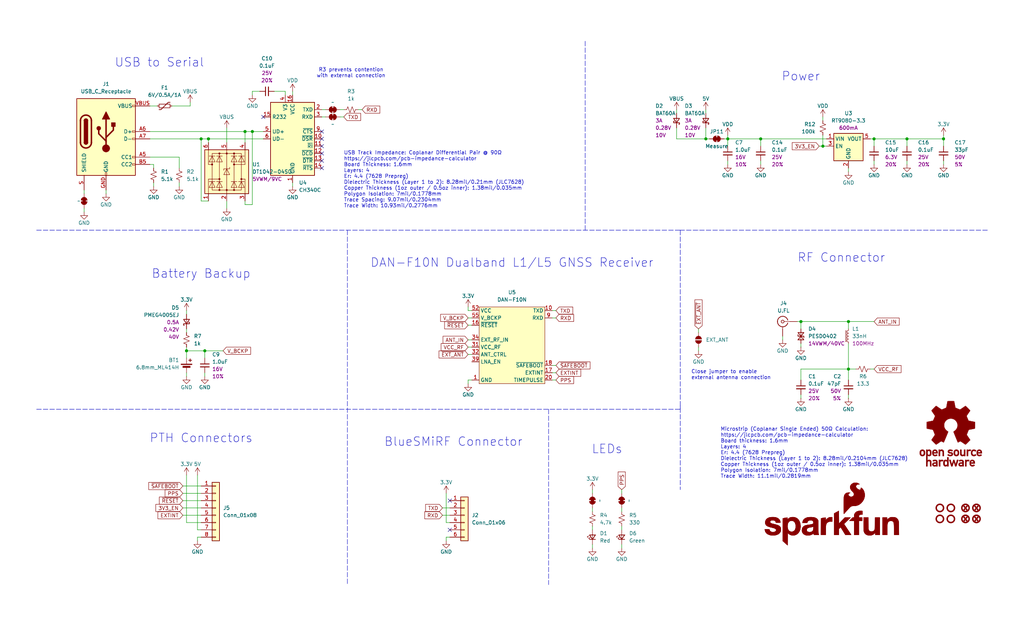
<source format=kicad_sch>
(kicad_sch (version 20250114) (generator "eeschema") (generator_version "9.0")
  (paper "USLegal")
  (title_block (title "DAN-F10N GNSS Receiver Breakout") (date "2025-02-28") (rev "v10") (company "SparkFun Electronics") (comment 1 "Designed by: N. Seidle"))
  (text "Close jumper to enable\nexternal antenna connection" (at 240.03 132.08 0) (effects (font (size 1.27 1.27)) (justify left bottom)))
  (text "R3 prevents contention\nwith external connection" (at 121.92 25.4 0) (effects (font (size 1.27 1.27))))
  (text "Microstrip (Coplanar Single Ended) 50Ω Calculation:\nhttps://jlcpcb.com/pcb-impedance-calculator\nBoard thickness: 1.6mm\nLayers: 4\nEr: 4.4 (7628 Prepreg)\nDielectric Thickness (Layer 1 to 2): 8.28mil/0.2104mm (JLC7628)\nCopper Thickness (1oz outer / 0.5oz inner): 1.38mil/0.035mm\nPolygon Isolation: 7mil/0.1778mm\nTrace Width: 11.1mil/0.2819mm\n" (at 250.19 166.37 0) (effects (font (size 1.27 1.27)) (justify left bottom)))
  (text "USB Track Impedance: Coplanar Differential Pair @ 90Ω\nhttps://jlcpcb.com/pcb-impedance-calculator\nBoard Thickness: 1.6mm\nLayers: 4\nEr: 4.4 (7628 Prepreg)\nDielectric Thickness (Layer 1 to 2): 8.28mil/0.21mm (JLC7628) \nCopper Thickness (1oz outer / 0.5oz inner): 1.38mil/0.035mm\nPolygon Isolation: 7mil/0.1778mm\nTrace Spacing: 9.07mil/0.2304mm\nTrace Width: 10.93mil/0.2776mm" (at 119.38 72.39 0) (effects (font (size 1.27 1.27)) (justify left bottom)))
  (text "RF Connector" (at 276.86 91.44 0) (effects (font (size 3 3)) (justify left bottom)))
  (text "BlueSMiRF Connector" (at 157.48 153.67 0) (effects (font (size 3 3))))
  (text "LEDs\n" (at 210.82 156.21 0) (effects (font (size 3 3))))
  (text "DAN-F10N Dualband L1/L5 GNSS Receiver" (at 177.8 91.44 0) (effects (font (size 3 3))))
  (text "USB to Serial" (at 55.372 21.844 0) (effects (font (size 3 3))))
  (text "Battery Backup" (at 69.85 95.25 0) (effects (font (size 3 3))))
  (text "Power\n" (at 278.13 26.67 0) (effects (font (size 3 3))))
  (text "PTH Connectors" (at 69.85 152.4 0) (effects (font (size 3 3))))
  (junction (at 87.63 45.72))
  (junction (at 72.39 48.26))
  (junction (at 245.11 48.26))
  (junction (at 252.73 48.26))
  (junction (at 314.96 48.26))
  (junction (at 85.09 45.72))
  (junction (at 294.64 128.27))
  (junction (at 303.53 48.26))
  (junction (at 327.66 48.26))
  (junction (at 285.75 50.8))
  (junction (at 294.64 111.76))
  (junction (at 69.85 48.26))
  (junction (at 71.12 121.92))
  (junction (at 278.13 111.76))
  (junction (at 264.16 48.26))
  (junction (at 64.77 121.92))
  (no_connect (at 156.21 173.99))
  (no_connect (at 111.76 45.72))
  (no_connect (at 111.76 48.26))
  (no_connect (at 156.21 184.15))
  (no_connect (at 111.76 53.34))
  (no_connect (at 111.76 55.88))
  (no_connect (at 91.44 40.64))
  (no_connect (at 111.76 50.8))
  (no_connect (at 111.76 58.42))
  (wire (pts (xy 63.5 168.91) (xy 69.85 168.91)))
  (wire (pts (xy 52.07 36.83) (xy 54.61 36.83)))
  (wire (pts (xy 278.13 111.76) (xy 278.13 114.3)))
  (wire (pts (xy 153.67 179.07) (xy 156.21 179.07)))
  (wire (pts (xy 72.39 48.26) (xy 72.39 49.53)))
  (polyline (pts (xy 242.57 80.01) (xy 242.57 80.01)) (stroke (width 0) (type dash)))
  (wire (pts (xy 64.77 114.3) (xy 64.77 115.57)))
  (wire (pts (xy 278.13 138.43) (xy 278.13 137.16)))
  (wire (pts (xy 278.13 111.76) (xy 294.64 111.76)))
  (wire (pts (xy 191.77 127) (xy 193.04 127)))
  (wire (pts (xy 85.09 71.12) (xy 87.63 71.12)))
  (wire (pts (xy 205.74 189.23) (xy 205.74 190.5)))
  (wire (pts (xy 191.77 132.08) (xy 193.04 132.08)))
  (wire (pts (xy 294.64 128.27) (xy 297.18 128.27)))
  (wire (pts (xy 294.64 128.27) (xy 294.64 119.38)))
  (wire (pts (xy 234.95 44.45) (xy 234.95 48.26)))
  (wire (pts (xy 63.5 179.07) (xy 69.85 179.07)))
  (wire (pts (xy 71.12 121.92) (xy 71.12 124.46)))
  (wire (pts (xy 303.53 48.26) (xy 303.53 50.8)))
  (wire (pts (xy 52.07 48.26) (xy 69.85 48.26)))
  (wire (pts (xy 63.5 173.99) (xy 69.85 173.99)))
  (wire (pts (xy 278.13 120.65) (xy 278.13 119.38)))
  (wire (pts (xy 294.64 137.16) (xy 294.64 138.43)))
  (wire (pts (xy 162.56 110.49) (xy 163.83 110.49)))
  (wire (pts (xy 53.34 57.15) (xy 53.34 58.42)))
  (wire (pts (xy 154.94 171.45) (xy 154.94 181.61)))
  (wire (pts (xy 303.53 48.26) (xy 314.96 48.26)))
  (wire (pts (xy 59.69 36.83) (xy 66.04 36.83)))
  (wire (pts (xy 285.75 50.8) (xy 287.02 50.8)))
  (wire (pts (xy 252.73 48.26) (xy 264.16 48.26)))
  (wire (pts (xy 101.6 63.5) (xy 101.6 64.77)))
  (wire (pts (xy 52.07 45.72) (xy 85.09 45.72)))
  (wire (pts (xy 205.74 184.15) (xy 205.74 182.88)))
  (wire (pts (xy 52.07 57.15) (xy 53.34 57.15)))
  (wire (pts (xy 245.11 48.26) (xy 234.95 48.26)))
  (wire (pts (xy 64.77 120.65) (xy 64.77 121.92)))
  (wire (pts (xy 53.34 63.5) (xy 53.34 64.77)))
  (polyline (pts (xy 203.2 80.01) (xy 203.2 13.97)) (stroke (width 0) (type dash)))
  (wire (pts (xy 95.25 31.75) (xy 99.06 31.75)))
  (wire (pts (xy 64.77 130.81) (xy 64.77 129.54)))
  (wire (pts (xy 69.85 186.69) (xy 68.58 186.69)))
  (wire (pts (xy 264.16 55.88) (xy 264.16 57.15)))
  (wire (pts (xy 205.74 177.8) (xy 205.74 176.53)))
  (polyline (pts (xy 12.7 80.01) (xy 207.01 80.01)) (stroke (width 0) (type dash)))
  (wire (pts (xy 162.56 120.65) (xy 163.83 120.65)))
  (wire (pts (xy 264.16 48.26) (xy 264.16 50.8)))
  (wire (pts (xy 314.96 55.88) (xy 314.96 57.15)))
  (polyline (pts (xy 120.65 80.01) (xy 120.65 203.2)) (stroke (width 0) (type dash)))
  (wire (pts (xy 62.23 63.5) (xy 62.23 64.77)))
  (wire (pts (xy 246.38 48.26) (xy 245.11 48.26)))
  (wire (pts (xy 284.48 50.8) (xy 285.75 50.8)))
  (wire (pts (xy 69.85 181.61) (xy 64.77 181.61)))
  (wire (pts (xy 162.56 106.68) (xy 162.56 107.95)))
  (wire (pts (xy 264.16 48.26) (xy 287.02 48.26)))
  (wire (pts (xy 314.96 48.26) (xy 327.66 48.26)))
  (wire (pts (xy 64.77 107.95) (xy 64.77 109.22)))
  (wire (pts (xy 62.23 54.61) (xy 62.23 58.42)))
  (wire (pts (xy 162.56 113.03) (xy 163.83 113.03)))
  (wire (pts (xy 278.13 132.08) (xy 278.13 128.27)))
  (wire (pts (xy 327.66 48.26) (xy 327.66 46.99)))
  (wire (pts (xy 154.94 186.69) (xy 154.94 187.96)))
  (wire (pts (xy 85.09 69.85) (xy 85.09 71.12)))
  (wire (pts (xy 72.39 48.26) (xy 91.44 48.26)))
  (wire (pts (xy 271.78 116.84) (xy 271.78 118.11)))
  (wire (pts (xy 69.85 184.15) (xy 68.58 184.15)))
  (wire (pts (xy 285.75 50.8) (xy 285.75 46.99)))
  (wire (pts (xy 52.07 54.61) (xy 62.23 54.61)))
  (polyline (pts (xy 207.01 142.24) (xy 236.22 142.24)) (stroke (width 0) (type dash)))
  (wire (pts (xy 278.13 128.27) (xy 294.64 128.27)))
  (wire (pts (xy 252.73 48.26) (xy 252.73 50.8)))
  (wire (pts (xy 162.56 123.19) (xy 163.83 123.19)))
  (wire (pts (xy 36.83 66.04) (xy 36.83 67.31)))
  (wire (pts (xy 87.63 45.72) (xy 91.44 45.72)))
  (polyline (pts (xy 207.01 80.01) (xy 236.22 80.01)) (stroke (width 0) (type dash)))
  (wire (pts (xy 252.73 55.88) (xy 252.73 57.15)))
  (wire (pts (xy 252.73 46.99) (xy 252.73 48.26)))
  (wire (pts (xy 205.74 170.18) (xy 205.74 171.45)))
  (wire (pts (xy 85.09 45.72) (xy 87.63 45.72)))
  (wire (pts (xy 29.21 67.31) (xy 29.21 66.04)))
  (wire (pts (xy 68.58 165.1) (xy 68.58 184.15)))
  (wire (pts (xy 215.9 189.23) (xy 215.9 190.5)))
  (wire (pts (xy 303.53 55.88) (xy 303.53 57.15)))
  (wire (pts (xy 215.9 170.18) (xy 215.9 171.45)))
  (wire (pts (xy 63.5 176.53) (xy 69.85 176.53)))
  (wire (pts (xy 191.77 110.49) (xy 193.04 110.49)))
  (wire (pts (xy 101.6 31.75) (xy 101.6 33.02)))
  (wire (pts (xy 153.67 176.53) (xy 156.21 176.53)))
  (wire (pts (xy 302.26 128.27) (xy 303.53 128.27)))
  (wire (pts (xy 78.74 44.45) (xy 78.74 49.53)))
  (wire (pts (xy 314.96 48.26) (xy 314.96 50.8)))
  (wire (pts (xy 87.63 33.02) (xy 87.63 31.75)))
  (wire (pts (xy 302.26 48.26) (xy 303.53 48.26)))
  (wire (pts (xy 99.06 31.75) (xy 99.06 33.02)))
  (wire (pts (xy 191.77 129.54) (xy 193.04 129.54)))
  (wire (pts (xy 63.5 171.45) (xy 69.85 171.45)))
  (wire (pts (xy 29.21 73.66) (xy 29.21 72.39)))
  (wire (pts (xy 87.63 31.75) (xy 90.17 31.75)))
  (wire (pts (xy 71.12 121.92) (xy 77.47 121.92)))
  (wire (pts (xy 72.39 69.85) (xy 69.85 69.85)))
  (wire (pts (xy 119.38 38.1) (xy 118.11 38.1)))
  (wire (pts (xy 163.83 107.95) (xy 162.56 107.95)))
  (wire (pts (xy 327.66 48.26) (xy 327.66 50.8)))
  (wire (pts (xy 78.74 69.85) (xy 78.74 72.39)))
  (wire (pts (xy 276.86 111.76) (xy 278.13 111.76)))
  (wire (pts (xy 191.77 107.95) (xy 193.04 107.95)))
  (wire (pts (xy 162.56 132.08) (xy 162.56 133.35)))
  (wire (pts (xy 69.85 48.26) (xy 72.39 48.26)))
  (wire (pts (xy 118.11 40.64) (xy 119.38 40.64)))
  (wire (pts (xy 87.63 71.12) (xy 87.63 45.72)))
  (wire (pts (xy 64.77 121.92) (xy 64.77 124.46)))
  (wire (pts (xy 251.46 48.26) (xy 252.73 48.26)))
  (polyline (pts (xy 342.9 80.01) (xy 236.22 80.01)) (stroke (width 0) (type dash)))
  (wire (pts (xy 234.95 38.1) (xy 234.95 39.37)))
  (wire (pts (xy 113.03 40.64) (xy 111.76 40.64)))
  (wire (pts (xy 64.77 165.1) (xy 64.77 181.61)))
  (polyline (pts (xy 190.5 142.24) (xy 190.5 203.2)) (stroke (width 0) (type dash)))
  (polyline (pts (xy 236.22 80.01) (xy 236.22 170.18)) (stroke (width 0) (type dash)))
  (wire (pts (xy 242.57 120.65) (xy 242.57 121.92)))
  (wire (pts (xy 69.85 69.85) (xy 69.85 48.26)))
  (wire (pts (xy 68.58 186.69) (xy 68.58 187.96)))
  (wire (pts (xy 215.9 177.8) (xy 215.9 176.53)))
  (wire (pts (xy 66.04 35.56) (xy 66.04 36.83)))
  (wire (pts (xy 294.64 128.27) (xy 294.64 132.08)))
  (wire (pts (xy 156.21 186.69) (xy 154.94 186.69)))
  (wire (pts (xy 85.09 45.72) (xy 85.09 49.53)))
  (wire (pts (xy 156.21 181.61) (xy 154.94 181.61)))
  (wire (pts (xy 294.64 111.76) (xy 303.53 111.76)))
  (wire (pts (xy 294.64 111.76) (xy 294.64 114.3)))
  (polyline (pts (xy 236.22 142.24) (xy 236.22 140.97)) (stroke (width 0) (type dash)))
  (wire (pts (xy 242.57 114.3) (xy 242.57 115.57)))
  (wire (pts (xy 163.83 132.08) (xy 162.56 132.08)))
  (wire (pts (xy 285.75 40.64) (xy 285.75 41.91)))
  (wire (pts (xy 215.9 184.15) (xy 215.9 182.88)))
  (wire (pts (xy 245.11 44.45) (xy 245.11 48.26)))
  (wire (pts (xy 113.03 38.1) (xy 111.76 38.1)))
  (wire (pts (xy 162.56 118.11) (xy 163.83 118.11)))
  (wire (pts (xy 71.12 129.54) (xy 71.12 130.81)))
  (wire (pts (xy 327.66 55.88) (xy 327.66 57.15)))
  (wire (pts (xy 294.64 58.42) (xy 294.64 59.69)))
  (wire (pts (xy 245.11 38.1) (xy 245.11 39.37)))
  (polyline (pts (xy 12.7 142.24) (xy 207.01 142.24)) (stroke (width 0) (type dash)))
  (wire (pts (xy 64.77 121.92) (xy 71.12 121.92)))
  (wire (pts (xy 125.73 38.1) (xy 124.46 38.1)))
  (global_label "RXD" (shape input) (at 153.67 179.07 180) (property "Intersheetrefs" "${INTERSHEET_REFS}" (effects (hide yes))))
  (global_label "TXD" (shape input) (at 153.67 176.53 180) (property "Intersheetrefs" "${INTERSHEET_REFS}" (effects (hide yes))))
  (global_label "EXTINT" (shape input) (at 193.04 129.54 0) (property "Intersheetrefs" "${INTERSHEET_REFS}" (effects (hide yes))))
  (global_label "EXTINT" (shape input) (at 63.5 179.07 180) (property "Intersheetrefs" "${INTERSHEET_REFS}" (effects (hide yes))))
  (global_label "PPS" (shape input) (at 63.5 171.45 180) (property "Intersheetrefs" "${INTERSHEET_REFS}" (effects (hide yes))))
  (global_label "~{EXT_ANT}" (shape input) (at 242.57 114.3 90) (property "Intersheetrefs" "${INTERSHEET_REFS}" (effects (hide yes))))
  (global_label "3V3_EN" (shape input) (at 284.48 50.8 180) (property "Intersheetrefs" "${INTERSHEET_REFS}" (effects (hide yes))))
  (global_label "~{EXT_ANT}" (shape input) (at 162.56 123.19 180) (property "Intersheetrefs" "${INTERSHEET_REFS}" (effects (hide yes))))
  (global_label "ANT_IN" (shape input) (at 162.56 118.11 180) (property "Intersheetrefs" "${INTERSHEET_REFS}" (effects (hide yes))))
  (global_label "~{RESET}" (shape input) (at 63.5 173.99 180) (property "Intersheetrefs" "${INTERSHEET_REFS}" (effects (hide yes))))
  (global_label "~{SAFEBOOT}" (shape input) (at 193.04 127 0) (property "Intersheetrefs" "${INTERSHEET_REFS}" (effects (hide yes))))
  (global_label "TXD" (shape input) (at 119.38 40.64 0) (property "Intersheetrefs" "${INTERSHEET_REFS}" (effects (hide yes))))
  (global_label "RXD" (shape input) (at 125.73 38.1 0) (property "Intersheetrefs" "${INTERSHEET_REFS}" (effects (hide yes))))
  (global_label "~{SAFEBOOT}" (shape input) (at 63.5 168.91 180) (property "Intersheetrefs" "${INTERSHEET_REFS}" (effects (hide yes))))
  (global_label "V_BCKP" (shape input) (at 162.56 110.49 180) (property "Intersheetrefs" "${INTERSHEET_REFS}" (effects (hide yes))))
  (global_label "VCC_RF" (shape input) (at 162.56 120.65 180) (property "Intersheetrefs" "${INTERSHEET_REFS}" (effects (hide yes))))
  (global_label "~{RESET}" (shape input) (at 162.56 113.03 180) (property "Intersheetrefs" "${INTERSHEET_REFS}" (effects (hide yes))))
  (global_label "PPS" (shape input) (at 193.04 132.08 0) (property "Intersheetrefs" "${INTERSHEET_REFS}" (effects (hide yes))))
  (global_label "ANT_IN" (shape input) (at 303.53 111.76 0) (property "Intersheetrefs" "${INTERSHEET_REFS}" (effects (hide yes))))
  (global_label "VCC_RF" (shape input) (at 303.53 128.27 0) (property "Intersheetrefs" "${INTERSHEET_REFS}" (effects (hide yes))))
  (global_label "TXD" (shape input) (at 193.04 107.95 0) (property "Intersheetrefs" "${INTERSHEET_REFS}" (effects (hide yes))))
  (global_label "V_BCKP" (shape input) (at 77.47 121.92 0) (property "Intersheetrefs" "${INTERSHEET_REFS}" (effects (hide yes))))
  (global_label "RXD" (shape input) (at 193.04 110.49 0) (property "Intersheetrefs" "${INTERSHEET_REFS}" (effects (hide yes))))
  (global_label "3V3_EN" (shape input) (at 63.5 176.53 180) (property "Intersheetrefs" "${INTERSHEET_REFS}" (effects (hide yes))))
  (global_label "PPS" (shape input) (at 215.9 170.18 90) (property "Intersheetrefs" "${INTERSHEET_REFS}" (effects (hide yes))))
  (symbol (lib_id "power:GND") (at 271.78 118.11 0) (unit 1)
    (property "Reference" "#PWR010" (effects (hide yes)))
    (property "Value" "GND" (at 271.78 121.92 0))
    (property "Description" "Power symbol creates a global label with name \"GND\" , ground" (effects (hide yes)))
  )
  (symbol (lib_id "SparkFun-Hardware:Standoff") (at 326.39 180.34 0) (unit 1)
    (property "Reference" "ST4" (effects (hide yes)))
    (property "Value" "Standoff" (effects (hide yes)))
    (property "Footprint" "SparkFun-Hardware:Standoff" (effects (hide yes)))
    (property "Description" "Drill holes for mechanically mounting via screws, standoffs, etc." (effects (hide yes)))
  )
  (symbol (lib_id "SparkFun-PowerSymbol:3.3V") (at 64.77 107.95 0) (unit 1)
    (property "Reference" "#PWR011" (effects (hide yes)))
    (property "Value" "3.3V" (at 64.77 104.14 0))
    (property "Description" "Power symbol creates a global label with name \"3.3V\"" (effects (hide yes)))
  )
  (symbol (lib_id "SparkFun-LED:LED_Green_1206-Bottom") (at 215.9 186.69 90) (unit 1)
    (property "Reference" "D6" (at 218.44 185.3564 90) (effects (justify right)))
    (property "Value" "Green" (at 218.44 187.8964 90) (effects (justify right)))
    (property "Footprint" "SparkFun-LED:LED_1206_Bottom_Green" (effects (hide yes)))
    (property "Datasheet" "https://optoelectronics.liteon.com/upload/download/DS22-2000-256/LTST-C230KGKT.pdf" (effects (hide yes)))
    (property "Description" "Light emitting diode, bottom mount" (effects (hide yes)))
    (property "PROD_ID" "DIO-11076" (effects (hide yes)))
  )
  (symbol (lib_id "SparkFun-PowerSymbol:GND") (at 314.96 57.15 0) (unit 1)
    (property "Reference" "#PWR064" (effects (hide yes)))
    (property "Value" "GND" (at 314.96 60.96 0))
    (property "Description" "Power symbol creates a global label with name \"GND\" , ground" (effects (hide yes)))
  )
  (symbol (lib_id "SparkFun-Capacitor:1.0uF_0603_16V_10%") (at 71.12 127 0) (unit 1)
    (property "Reference" "C9" (at 73.66 123.1962 0) (effects (justify left)))
    (property "Value" "1.0uF" (at 73.66 125.7362 0) (effects (justify left)))
    (property "Footprint" "SparkFun-Capacitor:C_0603_1608Metric" (effects (hide yes)))
    (property "Datasheet" "https://cdn.sparkfun.com/assets/8/a/4/a/5/Kemet_Capacitor_Datasheet.pdf" (effects (hide yes)))
    (property "Description" "Unpolarized capacitor" (effects (hide yes)))
    (property "PROD_ID" "CAP-13930" (effects (hide yes)))
    (property "Voltage" "16V" (at 73.66 128.2762 0) (effects (justify left)))
    (property "Tolerance" "10%" (at 73.66 130.8162 0) (effects (justify left)))
  )
  (symbol (lib_id "SparkFun-PowerSymbol:VDD") (at 252.73 46.99 0) (unit 1)
    (property "Reference" "#PWR09" (effects (hide yes)))
    (property "Value" "VDD" (at 252.73 43.18 0))
    (property "Description" "Power symbol creates a global label with name \"VDD\"" (effects (hide yes)))
  )
  (symbol (lib_id "SparkFun-DiscreteSemi:D_Schottky_3A_10V_0.28V") (at 234.95 41.91 270) (mirror x) (unit 1)
    (property "Reference" "D2" (at 227.584 36.83 90) (effects (justify left)))
    (property "Value" "BAT60A" (at 227.584 39.37 90) (effects (justify left)))
    (property "Footprint" "SparkFun-Semiconductor-Standard:SOD-323" (effects (hide yes)))
    (property "Datasheet" "https://www.infineon.com/dgdl/bat60aseries.pdf?folderId=db3a304313d846880113def5812204a1&fileId=db3a304313d846880113def70c9304a9" (effects (hide yes)))
    (property "Description" "Schottky diode" (effects (hide yes)))
    (property "PROD_ID" "DIO-14072" (effects (hide yes)))
    (property "IMax" "3A" (at 227.584 41.91 90) (effects (justify left)))
    (property "VDrop" "0.28V" (at 227.584 44.45 90) (effects (justify left)))
    (property "VMax" "10V" (at 227.584 46.99 90) (effects (justify left)))
  )
  (symbol (lib_id "SparkFun-Fuse:Fuse 6V/0.5A/1A") (at 57.15 36.83 180) (unit 1)
    (property "Reference" "F1" (at 57.15 30.48 0))
    (property "Value" "6V/0.5A/1A" (at 57.15 33.02 0))
    (property "Footprint" "SparkFun-Fuse:0805" (effects (hide yes)))
    (property "Datasheet" "https://www.belfuse.com/resources/datasheets/circuitprotection/ds-cp-0zck-series.pdf" (effects (hide yes)))
    (property "Description" "Resettable fuse" (effects (hide yes)))
    (property "PROD_ID" "RES-13945" (effects (hide yes)))
  )
  (symbol (lib_id "SparkFun-DiscreteSemi:D_TVS_0402_14V") (at 278.13 116.84 90) (unit 1)
    (property "Reference" "D4" (at 280.67 114.2999 90) (effects (justify right)))
    (property "Value" "PESD0402" (at 280.67 116.8399 90) (effects (justify right)))
    (property "Footprint" "SparkFun-Capacitor:C_0402_1005Metric" (effects (hide yes)))
    (property "Datasheet" "https://www.littelfuse.com/~/media/electronics/product_specifications/polymer_esd_suppressors/littelfuse_polymer_esd_suppressor_pesd0402_140_product_specification.pdf.pdf" (effects (hide yes)))
    (property "Description" "Bidirectional transient-voltage-suppression diode" (effects (hide yes)))
    (property "PROD_ID" "DIO-15359" (effects (hide yes)))
    (property "Rating" "14VWM/40VC" (at 280.67 119.3799 90) (effects (justify right)))
  )
  (symbol (lib_id "power:GND") (at 278.13 138.43 0) (unit 1)
    (property "Reference" "#PWR020" (effects (hide yes)))
    (property "Value" "GND" (at 278.13 142.24 0))
    (property "Description" "Power symbol creates a global label with name \"GND\" , ground" (effects (hide yes)))
  )
  (symbol (lib_id "SparkFun-PowerSymbol:GND") (at 71.12 130.81 0) (unit 1)
    (property "Reference" "#PWR01" (effects (hide yes)))
    (property "Value" "GND" (at 71.12 134.62 0))
    (property "Description" "Power symbol creates a global label with name \"GND\" , ground" (effects (hide yes)))
  )
  (symbol (lib_id "SparkFun-Aesthetic:SparkFun_Logo") (at 288.29 182.88 0) (unit 1) (on_board no)
    (property "Reference" "G5" (effects (hide yes)))
    (property "Value" "SparkFun_Logo" (effects (hide yes)))
    (property "Footprint" "SparkFun-Aesthetic:SparkFun_Logo_8mm" (effects (hide yes)))
  )
  (symbol (lib_id "SparkFun-PowerSymbol:GND") (at 29.21 73.66 0) (unit 1)
    (property "Reference" "#PWR048" (effects (hide yes)))
    (property "Value" "GND" (at 29.21 77.47 0))
    (property "Description" "Power symbol creates a global label with name \"GND\" , ground" (effects (hide yes)))
  )
  (symbol (lib_id "power:GND") (at 294.64 138.43 0) (unit 1)
    (property "Reference" "#PWR025" (effects (hide yes)))
    (property "Value" "GND" (at 294.64 142.24 0))
    (property "Description" "Power symbol creates a global label with name \"GND\" , ground" (effects (hide yes)))
  )
  (symbol (lib_id "SparkFun-IC-Comm:CH340C") (at 101.6 48.26 0) (unit 1)
    (property "Reference" "U4" (at 103.7941 63.5 0) (effects (justify left)))
    (property "Value" "CH340C" (at 103.7941 66.04 0) (effects (justify left)))
    (property "Footprint" "SparkFun-Semiconductor-Standard:SO-16" (effects (hide yes)))
    (property "Datasheet" "https://datasheet.lcsc.com/szlcsc/Jiangsu-Qin-Heng-CH340C_C84681.pdf" (effects (hide yes)))
    (property "Description" "USB serial converter, UART, SOIC-16" (effects (hide yes)))
    (property "PROD_ID" "IC-14038" (effects (hide yes)))
  )
  (symbol (lib_id "SparkFun-PowerSymbol:VDD") (at 285.75 40.64 0) (unit 1)
    (property "Reference" "#PWR014" (effects (hide yes)))
    (property "Value" "VDD" (at 285.75 36.83 0))
    (property "Description" "Power symbol creates a global label with name \"VDD\"" (effects (hide yes)))
  )
  (symbol (lib_id "SparkFun-Capacitor:33pF_0603_50V_5%") (at 327.66 53.34 0) (unit 1)
    (property "Reference" "C17" (at 331.47 49.5299 0) (effects (justify left)))
    (property "Value" "33pF" (at 331.47 52.0699 0) (effects (justify left)))
    (property "Footprint" "SparkFun-Capacitor:C_0603_1608Metric" (effects (hide yes)))
    (property "Datasheet" "https://cdn.sparkfun.com/assets/8/a/4/a/5/Kemet_Capacitor_Datasheet.pdf" (effects (hide yes)))
    (property "Description" "Unpolarized capacitor" (effects (hide yes)))
    (property "PROD_ID" "CAP-10142" (effects (hide yes)))
    (property "Voltage" "50V" (at 331.47 54.6099 0) (effects (justify left)))
    (property "Tolerance" "5%" (at 331.47 57.1499 0) (effects (justify left)))
  )
  (symbol (lib_id "SparkFun-PowerSymbol:VDD") (at 101.6 31.75 0) (unit 1)
    (property "Reference" "#PWR017" (effects (hide yes)))
    (property "Value" "VDD" (at 101.6 27.94 0))
    (property "Description" "Power symbol creates a global label with name \"VDD\"" (effects (hide yes)))
  )
  (symbol (lib_id "SparkFun-Aesthetic:Fiducial_0.5mm") (at 339.09 176.53 0) (unit 1)
    (property "Reference" "FID1" (effects (hide yes)))
    (property "Value" "Fiducial_0.5mm" (effects (hide yes)))
    (property "Footprint" "SparkFun-Aesthetic:Fiducial_0.5mm_Mask1mm" (effects (hide yes)))
    (property "Description" "Fiducial Marker" (effects (hide yes)))
  )
  (symbol (lib_id "SparkFun-Aesthetic:Fiducial_0.5mm") (at 339.09 180.34 0) (unit 1)
    (property "Reference" "FID4" (effects (hide yes)))
    (property "Value" "Fiducial_0.5mm" (effects (hide yes)))
    (property "Footprint" "SparkFun-Aesthetic:Fiducial_0.5mm_Mask1mm" (effects (hide yes)))
    (property "Description" "Fiducial Marker" (effects (hide yes)))
  )
  (symbol (lib_id "SparkFun-Resistor:100k_0603") (at 285.75 44.45 90) (unit 1)
    (property "Reference" "R12" (at 283.21 43.1799 90) (effects (justify left)))
    (property "Value" "100k" (at 283.21 45.7199 90) (effects (justify left)))
    (property "Footprint" "SparkFun-Resistor:R_0603_1608Metric" (effects (hide yes)))
    (property "Datasheet" "https://www.vishay.com/docs/20035/dcrcwe3.pdf" (effects (hide yes)))
    (property "Description" "Resistor" (effects (hide yes)))
    (property "PROD_ID" "RES-07828" (effects (hide yes)))
  )
  (symbol (lib_id "SparkFun-PowerSymbol:3.3V") (at 64.77 165.1 0) (unit 1)
    (property "Reference" "#PWR043" (effects (hide yes)))
    (property "Value" "3.3V" (at 64.77 161.29 0))
    (property "Description" "Power symbol creates a global label with name \"3.3V\"" (effects (hide yes)))
  )
  (symbol (lib_id "SparkFun-Capacitor:1.0uF_0603_16V_10%") (at 252.73 53.34 0) (unit 1)
    (property "Reference" "C7" (at 255.27 49.5362 0) (effects (justify left)))
    (property "Value" "1.0uF" (at 255.27 52.0762 0) (effects (justify left)))
    (property "Footprint" "SparkFun-Capacitor:C_0603_1608Metric" (effects (hide yes)))
    (property "Datasheet" "https://cdn.sparkfun.com/assets/8/a/4/a/5/Kemet_Capacitor_Datasheet.pdf" (effects (hide yes)))
    (property "Description" "Unpolarized capacitor" (effects (hide yes)))
    (property "PROD_ID" "CAP-13930" (effects (hide yes)))
    (property "Voltage" "16V" (at 255.27 54.6162 0) (effects (justify left)))
    (property "Tolerance" "10%" (at 255.27 57.1562 0) (effects (justify left)))
  )
  (symbol (lib_id "SparkFun-Resistor:5.1k_0603") (at 53.34 60.96 90) (unit 1)
    (property "Reference" "R1" (at 55.88 59.6899 90) (effects (justify right)))
    (property "Value" "5.1k" (at 55.88 62.2299 90) (effects (justify right)))
    (property "Footprint" "SparkFun-Resistor:R_0603_1608Metric" (effects (hide yes)))
    (property "Datasheet" "https://www.vishay.com/docs/20035/dcrcwe3.pdf" (effects (hide yes)))
    (property "Description" "Resistor" (effects (hide yes)))
    (property "PROD_ID" "RES-12083" (effects (hide yes)))
  )
  (symbol (lib_id "DAN-F10N:DAN-F10N") (at 177.8 119.38 0) (unit 1)
    (property "Reference" "U5" (at 177.8 101.6 0))
    (property "Value" "DAN-F10N" (at 177.8 104.14 0))
    (property "Footprint" "SparkFun_GNSS_LG580P:DAN-F10N" (effects (hide yes)))
    (property "Description" "u-blox Dualband L1/L5 GNSS Receiver" (effects (hide yes)))
    (property "PROD_ID" "IC-25933" (effects (hide yes)))
  )
  (symbol (lib_id "SparkFun-Jumper:Jumper_Measure") (at 248.92 48.26 0) (unit 1)
    (property "Reference" "JP11" (at 248.92 45.72 0))
    (property "Value" "Measure" (at 248.92 50.8 0))
    (property "Footprint" "SparkFun-Jumper:Jumper_2_PTH_SMD_Combo-NC" (effects (hide yes)))
    (property "Description" "Solder Jumper, 2-pole, closed/bridged" (effects (hide yes)))
  )
  (symbol (lib_id "SparkFun-PowerSymbol:GND") (at 36.83 67.31 0) (unit 1)
    (property "Reference" "#PWR013" (effects (hide yes)))
    (property "Value" "GND" (at 36.83 71.12 0))
    (property "Description" "Power symbol creates a global label with name \"GND\" , ground" (effects (hide yes)))
  )
  (symbol (lib_id "SparkFun-PowerSymbol:GND") (at 53.34 64.77 0) (unit 1)
    (property "Reference" "#PWR015" (effects (hide yes)))
    (property "Value" "GND" (at 53.34 68.58 0))
    (property "Description" "Power symbol creates a global label with name \"GND\" , ground" (effects (hide yes)))
  )
  (symbol (lib_id "SparkFun-Hardware:Standoff") (at 330.2 180.34 0) (unit 1)
    (property "Reference" "ST2" (effects (hide yes)))
    (property "Value" "Standoff" (effects (hide yes)))
    (property "Footprint" "SparkFun-Hardware:Standoff" (effects (hide yes)))
    (property "Description" "Drill holes for mechanically mounting via screws, standoffs, etc." (effects (hide yes)))
  )
  (symbol (lib_id "SparkFun-LED:LED_Red_0603") (at 205.74 186.69 90) (unit 1)
    (property "Reference" "D1" (at 208.28 185.3564 90) (effects (justify right)))
    (property "Value" "Red" (at 208.28 187.8964 90) (effects (justify right)))
    (property "Footprint" "SparkFun-LED:LED_0603_1608Metric_Red" (effects (hide yes)))
    (property "Datasheet" "https://docs.broadcom.com/docs/AV02-0551EN" (effects (hide yes)))
    (property "Description" "Light emitting diode" (effects (hide yes)))
    (property "PROD_ID" "DIO-17976" (effects (hide yes)))
  )
  (symbol (lib_id "SparkFun-PowerSymbol:GND") (at 64.77 130.81 0) (unit 1)
    (property "Reference" "#PWR024" (effects (hide yes)))
    (property "Value" "GND" (at 64.77 134.62 0))
    (property "Description" "Power symbol creates a global label with name \"GND\" , ground" (effects (hide yes)))
  )
  (symbol (lib_id "SparkFun-Jumper:SolderJumper_2_Open") (at 242.57 118.11 90) (unit 1)
    (property "Reference" "JP1" (effects (hide yes)))
    (property "Value" "EXT_ANT" (at 245.11 118.11 90) (effects (justify right)))
    (property "Footprint" "SparkFun-Jumper:Jumper_2_NO" (effects (hide yes)))
    (property "Description" "Solder Jumper, 2-pole, open" (effects (hide yes)))
  )
  (symbol (lib_id "SparkFun-Battery:Battery_6.8mm_ML414H_IV01E") (at 64.77 128.27 0) (unit 1)
    (property "Reference" "BT1" (at 62.23 125.1584 0) (effects (justify right)))
    (property "Value" "6.8mm_ML414H" (at 62.23 127.6984 0) (effects (justify right)))
    (property "Footprint" "SparkFun-Battery:ML414H_IV01E" (effects (hide yes)))
    (property "Description" "Reflowable coin cell battery" (effects (hide yes)))
    (property "PROD_ID" "BATT-14267" (effects (hide yes)))
  )
  (symbol (lib_id "SparkFun-Jumper:SolderJumper_2_Bridged") (at 205.74 173.99 90) (unit 1)
    (property "Reference" "JP2" (effects (hide yes)))
    (property "Value" "~" (at 208.28 173.99 0))
    (property "Footprint" "SparkFun-Jumper:Jumper_2_NC_Trace" (effects (hide yes)))
    (property "Description" "Solder Jumper, 2-pole, closed/bridged" (effects (hide yes)))
  )
  (symbol (lib_id "SparkFun-PowerSymbol:5V") (at 68.58 165.1 0) (unit 1)
    (property "Reference" "#PWR012" (effects (hide yes)))
    (property "Value" "5V" (at 68.58 161.29 0))
    (property "Description" "Power symbol creates a global label with name \"5V\"" (effects (hide yes)))
  )
  (symbol (lib_id "SparkFun-PowerSymbol:VBUS") (at 66.04 35.56 0) (unit 1)
    (property "Reference" "#PWR06" (effects (hide yes)))
    (property "Value" "VBUS" (at 66.04 31.75 0))
    (property "Description" "Power symbol creates a global label with name \"VBUS\"" (effects (hide yes)))
  )
  (symbol (lib_id "SparkFun-PowerSymbol:GND") (at 294.64 59.69 0) (unit 1)
    (property "Reference" "#PWR062" (effects (hide yes)))
    (property "Value" "GND" (at 294.64 63.5 0))
    (property "Description" "Power symbol creates a global label with name \"GND\" , ground" (effects (hide yes)))
  )
  (symbol (lib_id "SparkFun-Resistor:330_0603") (at 215.9 180.34 90) (unit 1)
    (property "Reference" "R5" (at 218.44 179.0699 90) (effects (justify right)))
    (property "Value" "330" (at 218.44 181.6099 90) (effects (justify right)))
    (property "Footprint" "SparkFun-Resistor:R_0603_1608Metric" (effects (hide yes)))
    (property "Datasheet" "https://www.vishay.com/docs/20035/dcrcwe3.pdf" (effects (hide yes)))
    (property "Description" "Resistor" (effects (hide yes)))
    (property "PROD_ID" "RES-00818" (effects (hide yes)))
  )
  (symbol (lib_id "SparkFun-Aesthetic:OSHW_Logo") (at 330.2 154.94 0) (unit 1) (in_bom no)
    (property "Reference" "G1" (effects (hide yes)))
    (property "Value" "OSHW_Logo" (effects (hide yes)))
    (property "Footprint" "SparkFun-Aesthetic:Creative_Commons_License" (effects (hide yes)))
  )
  (symbol (lib_id "SparkFun-PowerSymbol:VBUS") (at 234.95 38.1 0) (unit 1)
    (property "Reference" "#PWR03" (effects (hide yes)))
    (property "Value" "VBUS" (at 234.95 34.29 0))
    (property "Description" "Power symbol creates a global label with name \"VBUS\"" (effects (hide yes)))
  )
  (symbol (lib_id "SparkFun-PowerSymbol:GND") (at 242.57 121.92 0) (unit 1)
    (property "Reference" "#PWR026" (effects (hide yes)))
    (property "Value" "GND" (at 242.57 125.73 0))
    (property "Description" "Power symbol creates a global label with name \"GND\" , ground" (effects (hide yes)))
  )
  (symbol (lib_id "SparkFun-Hardware:Standoff") (at 326.39 176.53 0) (unit 1)
    (property "Reference" "ST3" (effects (hide yes)))
    (property "Value" "Standoff" (effects (hide yes)))
    (property "Footprint" "SparkFun-Hardware:Standoff" (effects (hide yes)))
    (property "Description" "Drill holes for mechanically mounting via screws, standoffs, etc." (effects (hide yes)))
  )
  (symbol (lib_id "SparkFun-Capacitor:0.1uF_0603_25V_20%") (at 264.16 53.34 0) (unit 1)
    (property "Reference" "C14" (at 267.97 49.53 0) (effects (justify left)))
    (property "Value" "0.1uF" (at 267.97 52.07 0) (effects (justify left)))
    (property "Footprint" "SparkFun-Capacitor:C_0603_1608Metric" (effects (hide yes)))
    (property "Datasheet" "https://cdn.sparkfun.com/assets/8/a/4/a/5/Kemet_Capacitor_Datasheet.pdf" (effects (hide yes)))
    (property "Description" "Unpolarized capacitor" (effects (hide yes)))
    (property "PROD_ID" "CAP-00810" (effects (hide yes)))
    (property "Voltage" "25V" (at 267.97 54.61 0) (effects (justify left)))
    (property "Tolerance" "20%" (at 267.97 57.15 0) (effects (justify left)))
  )
  (symbol (lib_id "SparkFun-PowerSymbol:GND") (at 62.23 64.77 0) (unit 1)
    (property "Reference" "#PWR016" (effects (hide yes)))
    (property "Value" "GND" (at 62.23 68.58 0))
    (property "Description" "Power symbol creates a global label with name \"GND\" , ground" (effects (hide yes)))
  )
  (symbol (lib_id "power:GND") (at 278.13 120.65 0) (unit 1)
    (property "Reference" "#PWR021" (effects (hide yes)))
    (property "Value" "GND" (at 278.13 124.46 0))
    (property "Description" "Power symbol creates a global label with name \"GND\" , ground" (effects (hide yes)))
  )
  (symbol (lib_id "SparkFun-Capacitor:10uF_0603_6.3V_20%") (at 303.53 53.34 0) (unit 1)
    (property "Reference" "C15" (at 307.34 49.5299 0) (effects (justify left)))
    (property "Value" "10uF" (at 307.34 52.0699 0) (effects (justify left)))
    (property "Footprint" "SparkFun-Capacitor:C_0603_1608Metric" (effects (hide yes)))
    (property "Datasheet" "https://cdn.sparkfun.com/assets/8/a/4/a/5/Kemet_Capacitor_Datasheet.pdf" (effects (hide yes)))
    (property "Description" "Unpolarized capacitor" (effects (hide yes)))
    (property "PROD_ID" "CAP-11015" (effects (hide yes)))
    (property "Voltage" "6.3V" (at 307.34 54.6099 0) (effects (justify left)))
    (property "Tolerance" "20%" (at 307.34 57.1499 0) (effects (justify left)))
  )
  (symbol (lib_id "SparkFun-PowerSymbol:GND") (at 327.66 57.15 0) (unit 1)
    (property "Reference" "#PWR065" (effects (hide yes)))
    (property "Value" "GND" (at 327.66 60.96 0))
    (property "Description" "Power symbol creates a global label with name \"GND\" , ground" (effects (hide yes)))
  )
  (symbol (lib_id "SparkFun-PowerSymbol:3.3V") (at 205.74 170.18 0) (unit 1)
    (property "Reference" "#PWR023" (effects (hide yes)))
    (property "Value" "3.3V" (at 205.74 166.37 0))
    (property "Description" "Power symbol creates a global label with name \"3.3V\"" (effects (hide yes)))
  )
  (symbol (lib_id "SparkFun-Hardware:Standoff") (at 330.2 176.53 0) (unit 1)
    (property "Reference" "ST1" (effects (hide yes)))
    (property "Value" "Standoff" (effects (hide yes)))
    (property "Footprint" "SparkFun-Hardware:Standoff" (effects (hide yes)))
    (property "Description" "Drill holes for mechanically mounting via screws, standoffs, etc." (effects (hide yes)))
  )
  (symbol (lib_id "SparkFun-DiscreteSemi:D_TVS_ESD_USB_5V") (at 78.74 58.42 0) (unit 1)
    (property "Reference" "U1" (at 87.63 57.1499 0) (effects (justify left)))
    (property "Value" "DT1042-04SO" (at 87.63 59.6899 0) (effects (justify left)))
    (property "Footprint" "SparkFun-Semiconductor-Standard:SOT23-6" (effects (hide yes)))
    (property "Datasheet" "https://www.diodes.com/assets/Datasheets/DT1042-04SO.pdf" (effects (hide yes)))
    (property "Description" "Very low capacitance ESD protection diode, 4 data-line, SOT-23-6" (effects (hide yes)))
    (property "PROD_ID" "IC-13538" (effects (hide yes)))
    (property "Rating" "5VWM/9VC" (at 87.63 62.2299 0) (effects (justify left)))
  )
  (symbol (lib_id "SparkFun-PowerSymbol:3.3V") (at 162.56 106.68 0) (unit 1)
    (property "Reference" "#PWR053" (effects (hide yes)))
    (property "Value" "3.3V" (at 162.56 102.87 0))
    (property "Description" "Power symbol creates a global label with name \"3.3V\"" (effects (hide yes)))
  )
  (symbol (lib_id "SparkFun-RF:U.FL") (at 271.78 111.76 0) (mirror y) (unit 1)
    (property "Reference" "J4" (at 272.0974 105.41 0))
    (property "Value" "U.FL" (at 272.0974 107.95 0))
    (property "Footprint" "SparkFun-Connector:U.FL" (effects (hide yes)))
    (property "Datasheet" "https://mm.digikey.com/Volume0/opasdata/d220001/medias/docus/2607/UFL%20Series.pdf" (effects (hide yes)))
    (property "Description" "SMA PCB Edge Mount connector SMD" (effects (hide yes)))
    (property "PROD_ID" "CONN-09193" (effects (hide yes)))
  )
  (symbol (lib_id "SparkFun-PowerSymbol:GND") (at 303.53 57.15 0) (unit 1)
    (property "Reference" "#PWR063" (effects (hide yes)))
    (property "Value" "GND" (at 303.53 60.96 0))
    (property "Description" "Power symbol creates a global label with name \"GND\" , ground" (effects (hide yes)))
  )
  (symbol (lib_id "SparkFun-PowerSymbol:GND") (at 162.56 133.35 0) (unit 1)
    (property "Reference" "#PWR02" (effects (hide yes)))
    (property "Value" "GND" (at 162.56 137.16 0))
    (property "Description" "Power symbol creates a global label with name \"GND\" , ground" (effects (hide yes)))
  )
  (symbol (lib_id "SparkFun-Capacitor:0.1uF_0603_25V_20%") (at 314.96 53.34 0) (unit 1)
    (property "Reference" "C16" (at 318.77 49.5299 0) (effects (justify left)))
    (property "Value" "0.1uF" (at 318.77 52.0699 0) (effects (justify left)))
    (property "Footprint" "SparkFun-Capacitor:C_0603_1608Metric" (effects (hide yes)))
    (property "Datasheet" "https://cdn.sparkfun.com/assets/8/a/4/a/5/Kemet_Capacitor_Datasheet.pdf" (effects (hide yes)))
    (property "Description" "Unpolarized capacitor" (effects (hide yes)))
    (property "PROD_ID" "CAP-00810" (effects (hide yes)))
    (property "Voltage" "25V" (at 318.77 54.6099 0) (effects (justify left)))
    (property "Tolerance" "20%" (at 318.77 57.1499 0) (effects (justify left)))
  )
  (symbol (lib_id "SparkFun-PowerSymbol:GND") (at 154.94 187.96 0) (unit 1)
    (property "Reference" "#PWR019" (effects (hide yes)))
    (property "Value" "GND" (at 154.94 191.77 0))
    (property "Description" "Power symbol creates a global label with name \"GND\" , ground" (effects (hide yes)))
  )
  (symbol (lib_id "SparkFun-PowerSymbol:GND") (at 68.58 187.96 0) (unit 1)
    (property "Reference" "#PWR032" (effects (hide yes)))
    (property "Value" "GND" (at 68.58 191.77 0))
    (property "Description" "Power symbol creates a global label with name \"GND\" , ground" (effects (hide yes)))
  )
  (symbol (lib_id "SparkFun-Resistor:5.1k_0603") (at 62.23 60.96 90) (unit 1)
    (property "Reference" "R2" (at 64.77 59.6899 90) (effects (justify right)))
    (property "Value" "5.1k" (at 64.77 62.23 90) (effects (justify right)))
    (property "Footprint" "SparkFun-Resistor:R_0603_1608Metric" (effects (hide yes)))
    (property "Datasheet" "https://www.vishay.com/docs/20035/dcrcwe3.pdf" (effects (hide yes)))
    (property "Description" "Resistor" (effects (hide yes)))
    (property "PROD_ID" "RES-12083" (effects (hide yes)))
  )
  (symbol (lib_id "SparkFun-Resistor:1k_0603") (at 64.77 118.11 90) (unit 1)
    (property "Reference" "R7" (at 67.31 116.8399 90) (effects (justify right)))
    (property "Value" "1k" (at 67.31 119.3799 90) (effects (justify right)))
    (property "Footprint" "SparkFun-Resistor:R_0603_1608Metric" (effects (hide yes)))
    (property "Datasheet" "https://www.vishay.com/docs/20035/dcrcwe3.pdf" (effects (hide yes)))
    (property "Description" "Resistor" (effects (hide yes)))
    (property "PROD_ID" "RES-07856" (effects (hide yes)))
  )
  (symbol (lib_id "SparkFun-PowerSymbol:GND") (at 87.63 33.02 0) (unit 1)
    (property "Reference" "#PWR044" (effects (hide yes)))
    (property "Value" "GND" (at 87.63 36.83 0))
    (property "Description" "Power symbol creates a global label with name \"GND\" , ground" (effects (hide yes)))
  )
  (symbol (lib_id "SparkFun-PowerSymbol:GND") (at 252.73 57.15 0) (unit 1)
    (property "Reference" "#PWR052" (effects (hide yes)))
    (property "Value" "GND" (at 252.73 60.96 0))
    (property "Description" "Power symbol creates a global label with name \"GND\" , ground" (effects (hide yes)))
  )
  (symbol (lib_id "SparkFun-Resistor:1k_0603") (at 121.92 38.1 180) (unit 1)
    (property "Reference" "R3" (at 121.92 31.75 0))
    (property "Value" "1k" (at 121.92 34.29 0))
    (property "Footprint" "SparkFun-Resistor:R_0603_1608Metric" (effects (hide yes)))
    (property "Datasheet" "https://www.vishay.com/docs/20035/dcrcwe3.pdf" (effects (hide yes)))
    (property "Description" "Resistor" (effects (hide yes)))
    (property "PROD_ID" "RES-07856" (effects (hide yes)))
  )
  (symbol (lib_id "SparkFun-Connector:USB_C_Receptacle") (at 36.83 45.72 0) (unit 1)
    (property "Reference" "J1" (at 36.83 29.21 0))
    (property "Value" "USB_C_Receptacle" (at 36.83 31.75 0))
    (property "Footprint" "SparkFun-Connector:USB-C_16" (effects (hide yes)))
    (property "Datasheet" "https://www.usb.org/sites/default/files/documents/usb_type-c.zip" (effects (hide yes)))
    (property "Description" "USB 2.0-only Type-C Receptacle connector" (effects (hide yes)))
    (property "PROD_ID" "CONN-14122" (effects (hide yes)))
  )
  (symbol (lib_id "SparkFun-Connector:Conn_01x06") (at 161.29 179.07 0) (unit 1)
    (property "Reference" "J2" (at 163.83 179.07 0) (effects (justify left)))
    (property "Value" "Conn_01x06" (at 163.83 181.61 0) (effects (justify left)))
    (property "Footprint" "SparkFun-Connector:1x06" (effects (hide yes)))
    (property "Description" "Basic 0.1\" PTH" (effects (hide yes)))
  )
  (symbol (lib_id "SparkFun-Aesthetic:SparkFun_Logo") (at 288.29 182.88 0) (unit 1) (on_board no)
    (property "Reference" "G3" (effects (hide yes)))
    (property "Value" "SparkFun_Logo" (effects (hide yes)))
  )
  (symbol (lib_id "SparkFun-Aesthetic:Fiducial_0.5mm") (at 335.28 176.53 0) (unit 1)
    (property "Reference" "FID2" (effects (hide yes)))
    (property "Value" "Fiducial_0.5mm" (effects (hide yes)))
    (property "Footprint" "SparkFun-Aesthetic:Fiducial_0.5mm_Mask1mm" (effects (hide yes)))
    (property "Description" "Fiducial Marker" (effects (hide yes)))
  )
  (symbol (lib_id "SparkFun-Jumper:SolderJumper_2_Bridged") (at 115.57 38.1 0) (unit 1)
    (property "Reference" "JP9" (effects (hide yes)))
    (property "Value" "~" (at 115.57 35.56 0))
    (property "Footprint" "SparkFun-Jumper:Jumper_2_NC_Trace" (effects (hide yes)))
    (property "Description" "Solder Jumper, 2-pole, closed/bridged" (effects (hide yes)))
  )
  (symbol (lib_id "SparkFun-PowerSymbol:5V") (at 245.11 38.1 0) (unit 1)
    (property "Reference" "#PWR04" (effects (hide yes)))
    (property "Value" "5V" (at 245.11 34.29 0))
    (property "Description" "Power symbol creates a global label with name \"5V\"" (effects (hide yes)))
  )
  (symbol (lib_id "SparkFun-Coil:33nH_0603_0.3A") (at 294.64 116.84 90) (unit 1)
    (property "Reference" "L1" (at 295.91 114.2999 90) (effects (justify right)))
    (property "Value" "33nH" (at 295.91 116.8399 90) (effects (justify right)))
    (property "Footprint" "SparkFun-Capacitor:C_0603_1608Metric" (effects (hide yes)))
    (property "Datasheet" "https://www.bourns.com/docs/Product-Datasheets/CI160808.pdf" (effects (hide yes)))
    (property "Description" "Inductor with ferrite core 30 ohm" (effects (hide yes)))
    (property "PROD_ID" "NDUC-13805" (effects (hide yes)))
    (property "Frequency" "100MHz" (at 295.91 119.3799 90) (effects (justify right)))
  )
  (symbol (lib_id "SparkFun-PowerSymbol:GND") (at 78.74 72.39 0) (unit 1)
    (property "Reference" "#PWR07" (effects (hide yes)))
    (property "Value" "GND" (at 78.74 76.2 0))
    (property "Description" "Power symbol creates a global label with name \"GND\" , ground" (effects (hide yes)))
  )
  (symbol (lib_id "SparkFun-PowerSymbol:3.3V") (at 327.66 46.99 0) (unit 1)
    (property "Reference" "#PWR066" (effects (hide yes)))
    (property "Value" "3.3V" (at 327.66 43.18 0))
    (property "Description" "Power symbol creates a global label with name \"3.3V\"" (effects (hide yes)))
  )
  (symbol (lib_id "SparkFun-Resistor:4.7k_0603") (at 205.74 180.34 90) (unit 1)
    (property "Reference" "R4" (at 208.28 179.0699 90) (effects (justify right)))
    (property "Value" "4.7k" (at 208.28 181.6099 90) (effects (justify right)))
    (property "Footprint" "SparkFun-Resistor:R_0603_1608Metric" (effects (hide yes)))
    (property "Datasheet" "https://www.vishay.com/docs/20035/dcrcwe3.pdf" (effects (hide yes)))
    (property "Description" "Resistor" (effects (hide yes)))
    (property "PROD_ID" "RES-07857" (effects (hide yes)))
  )
  (symbol (lib_id "SparkFun-Jumper:SolderJumper_2_Bridged") (at 29.21 69.85 90) (unit 1)
    (property "Reference" "JP7" (effects (hide yes)))
    (property "Value" "~" (at 27.94 69.85 90) (effects (justify left)))
    (property "Footprint" "SparkFun-Jumper:Jumper_2_NC_Trace" (effects (hide yes)))
    (property "Description" "Solder Jumper, 2-pole, closed/bridged" (effects (hide yes)))
  )
  (symbol (lib_id "SparkFun-PowerSymbol:VBUS") (at 78.74 44.45 0) (unit 1)
    (property "Reference" "#PWR08" (effects (hide yes)))
    (property "Value" "VBUS" (at 78.74 40.64 0))
    (property "Description" "Power symbol creates a global label with name \"VBUS\"" (effects (hide yes)))
  )
  (symbol (lib_id "SparkFun-Resistor:13.3_2512") (at 299.72 128.27 180) (unit 1)
    (property "Reference" "R6" (at 299.72 130.81 0))
    (property "Value" "13.3" (at 299.72 133.35 0))
    (property "Footprint" "SparkFun-Resistor:R_2512_6332Metric" (effects (hide yes)))
    (property "Datasheet" "https://www.seielect.com/catalog/sei-rmcf_rmcp.pdf" (effects (hide yes)))
    (property "Description" "Resistor" (effects (hide yes)))
    (property "PROD_ID" "RES-25932" (effects (hide yes)))
    (property "Power" "1W" (effects (hide yes)))
  )
  (symbol (lib_id "SparkFun-Jumper:SolderJumper_2_Bridged") (at 215.9 173.99 90) (unit 1)
    (property "Reference" "JP3" (effects (hide yes)))
    (property "Value" "~" (at 218.44 173.99 0))
    (property "Footprint" "SparkFun-Jumper:Jumper_2_NC_Trace" (effects (hide yes)))
    (property "Description" "Solder Jumper, 2-pole, closed/bridged" (effects (hide yes)))
  )
  (symbol (lib_id "SparkFun-Connector:Conn_01x08") (at 74.93 176.53 0) (unit 1)
    (property "Reference" "J5" (at 77.47 176.5299 0) (effects (justify left)))
    (property "Value" "Conn_01x08" (at 77.47 179.0699 0) (effects (justify left)))
    (property "Footprint" "SparkFun-Connector:1x08" (effects (hide yes)))
    (property "Description" "Basic 0.1\" PTH" (effects (hide yes)))
  )
  (symbol (lib_id "SparkFun-Aesthetic:Fiducial_0.5mm") (at 335.28 180.34 0) (unit 1)
    (property "Reference" "FID3" (effects (hide yes)))
    (property "Value" "Fiducial_0.5mm" (effects (hide yes)))
    (property "Footprint" "SparkFun-Aesthetic:Fiducial_0.5mm_Mask1mm" (effects (hide yes)))
    (property "Description" "Fiducial Marker" (effects (hide yes)))
  )
  (symbol (lib_id "SparkFun-PowerSymbol:GND") (at 264.16 57.15 0) (unit 1)
    (property "Reference" "#PWR060" (effects (hide yes)))
    (property "Value" "GND" (at 264.16 60.96 0))
    (property "Description" "Power symbol creates a global label with name \"GND\" , ground" (effects (hide yes)))
  )
  (symbol (lib_id "SparkFun-DiscreteSemi:D_Schottky_3A_10V_0.28V") (at 245.11 41.91 270) (mirror x) (unit 1)
    (property "Reference" "D3" (at 237.744 36.83 90) (effects (justify left)))
    (property "Value" "BAT60A" (at 237.744 39.37 90) (effects (justify left)))
    (property "Footprint" "SparkFun-Semiconductor-Standard:SOD-323" (effects (hide yes)))
    (property "Datasheet" "https://www.infineon.com/dgdl/bat60aseries.pdf?folderId=db3a304313d846880113def5812204a1&fileId=db3a304313d846880113def70c9304a9" (effects (hide yes)))
    (property "Description" "Schottky diode" (effects (hide yes)))
    (property "PROD_ID" "DIO-14072" (effects (hide yes)))
    (property "IMax" "3A" (at 237.744 41.91 90) (effects (justify left)))
    (property "VDrop" "0.28V" (at 237.744 44.45 90) (effects (justify left)))
    (property "VMax" "10V" (at 237.744 46.99 90) (effects (justify left)))
  )
  (symbol (lib_id "SparkFun-DiscreteSemi:D_Schottky_0.5A_40V_0.42V") (at 64.77 111.76 90) (unit 1)
    (property "Reference" "D5" (at 62.23 106.9339 90) (effects (justify left)))
    (property "Value" "PMEG4005EJ" (at 62.23 109.4739 90) (effects (justify left)))
    (property "Footprint" "SparkFun-Semiconductor-Standard:SOD-323" (effects (hide yes)))
    (property "Datasheet" "https://assets.nexperia.com/documents/data-sheet/PMEG4005EJ.pdf" (effects (hide yes)))
    (property "Description" "Schottky diode" (effects (hide yes)))
    (property "PROD_ID" "DIO-10955" (effects (hide yes)))
    (property "IMax" "0.5A" (at 62.23 112.0139 90) (effects (justify left)))
    (property "VDrop" "0.42V" (at 62.23 114.5539 90) (effects (justify left)))
    (property "VMax" "40V" (at 62.23 117.0939 90) (effects (justify left)))
  )
  (symbol (lib_id "SparkFun-Capacitor:47pF_0603_50V_5%") (at 294.64 134.62 0) (unit 1)
    (property "Reference" "C2" (at 292.1 130.8162 0) (effects (justify right)))
    (property "Value" "47pF" (at 292.1 133.3562 0) (effects (justify right)))
    (property "Footprint" "SparkFun-Capacitor:C_0603_1608Metric" (effects (hide yes)))
    (property "Datasheet" "https://cdn.sparkfun.com/assets/8/a/4/a/5/Kemet_Capacitor_Datasheet.pdf" (effects (hide yes)))
    (property "Description" "Unpolarized capacitor" (effects (hide yes)))
    (property "PROD_ID" "CAP-08913" (effects (hide yes)))
    (property "Voltage" "50V" (at 292.1 135.8962 0) (effects (justify right)))
    (property "Tolerance" "5%" (at 292.1 138.4362 0) (effects (justify right)))
  )
  (symbol (lib_id "SparkFun-Capacitor:0.1uF_0603_25V_20%") (at 92.71 31.75 90) (unit 1)
    (property "Reference" "C10" (at 92.7163 20.32 90))
    (property "Value" "0.1uF" (at 92.7163 22.86 90))
    (property "Footprint" "SparkFun-Capacitor:C_0603_1608Metric" (effects (hide yes)))
    (property "Datasheet" "https://cdn.sparkfun.com/assets/8/a/4/a/5/Kemet_Capacitor_Datasheet.pdf" (effects (hide yes)))
    (property "Description" "Unpolarized capacitor" (effects (hide yes)))
    (property "PROD_ID" "CAP-00810" (effects (hide yes)))
    (property "Voltage" "25V" (at 92.7163 25.4 90))
    (property "Tolerance" "20%" (at 92.7163 27.94 90))
  )
  (symbol (lib_id "SparkFun-PowerSymbol:GND") (at 205.74 190.5 0) (unit 1)
    (property "Reference" "#PWR022" (effects (hide yes)))
    (property "Value" "GND" (at 205.74 194.31 0))
    (property "Description" "Power symbol creates a global label with name \"GND\" , ground" (effects (hide yes)))
  )
  (symbol (lib_id "SparkFun-Regulator:RT9080-3.3") (at 294.64 50.8 0) (unit 1)
    (property "Reference" "U3" (at 294.64 39.37 0))
    (property "Value" "RT9080-3.3" (at 294.64 41.91 0))
    (property "Footprint" "SparkFun-Semiconductor-Standard:SOT23-5" (effects (hide yes)))
    (property "Datasheet" "https://www.richtek.com/SaveDownload.aspx?specid=RT9080" (effects (hide yes)))
    (property "Description" "600mA low dropout linear regulator, with enable pin, 3.8V-6V input voltage range, 3.3V fixed positive output, SOT-23-5" (effects (hide yes)))
    (property "PROD_ID" "VREG-19034" (effects (hide yes)))
    (property "VMax" "5.5V" (effects (hide yes)))
    (property "Imax" "600mA" (effects (hide yes)))
    (property "Iq" "4µA" (effects (hide yes)))
    (property "IMax" "600mA" (at 294.64 44.45 0))
  )
  (symbol (lib_id "SparkFun-PowerSymbol:3.3V") (at 154.94 171.45 0) (unit 1)
    (property "Reference" "#PWR018" (effects (hide yes)))
    (property "Value" "3.3V" (at 154.94 167.64 0))
    (property "Description" "Power symbol creates a global label with name \"3.3V\"" (effects (hide yes)))
  )
  (symbol (lib_id "SparkFun-Jumper:SolderJumper_2_Bridged") (at 115.57 40.64 0) (unit 1)
    (property "Reference" "JP10" (effects (hide yes)))
    (property "Value" "~" (at 115.57 43.18 0))
    (property "Footprint" "SparkFun-Jumper:Jumper_2_NC_Trace" (effects (hide yes)))
    (property "Description" "Solder Jumper, 2-pole, closed/bridged" (effects (hide yes)))
  )
  (symbol (lib_id "SparkFun-Capacitor:0.1uF_0603_25V_20%") (at 278.13 134.62 0) (unit 1)
    (property "Reference" "C1" (at 280.67 130.8162 0) (effects (justify left)))
    (property "Value" "0.1uF" (at 280.67 133.3562 0) (effects (justify left)))
    (property "Footprint" "SparkFun-Capacitor:C_0603_1608Metric" (effects (hide yes)))
    (property "Datasheet" "https://cdn.sparkfun.com/assets/8/a/4/a/5/Kemet_Capacitor_Datasheet.pdf" (effects (hide yes)))
    (property "Description" "Unpolarized capacitor" (effects (hide yes)))
    (property "PROD_ID" "CAP-00810" (effects (hide yes)))
    (property "Voltage" "25V" (at 280.67 135.8962 0) (effects (justify left)))
    (property "Tolerance" "20%" (at 280.67 138.4362 0) (effects (justify left)))
  )
  (symbol (lib_id "SparkFun-PowerSymbol:GND") (at 215.9 190.5 0) (unit 1)
    (property "Reference" "#PWR029" (effects (hide yes)))
    (property "Value" "GND" (at 215.9 194.31 0))
    (property "Description" "Power symbol creates a global label with name \"GND\" , ground" (effects (hide yes)))
  )
  (symbol (lib_id "SparkFun-PowerSymbol:GND") (at 101.6 64.77 0) (unit 1)
    (property "Reference" "#PWR05" (effects (hide yes)))
    (property "Value" "GND" (at 101.6 68.58 0))
    (property "Description" "Power symbol creates a global label with name \"GND\" , ground" (effects (hide yes)))
  )
)
</source>
